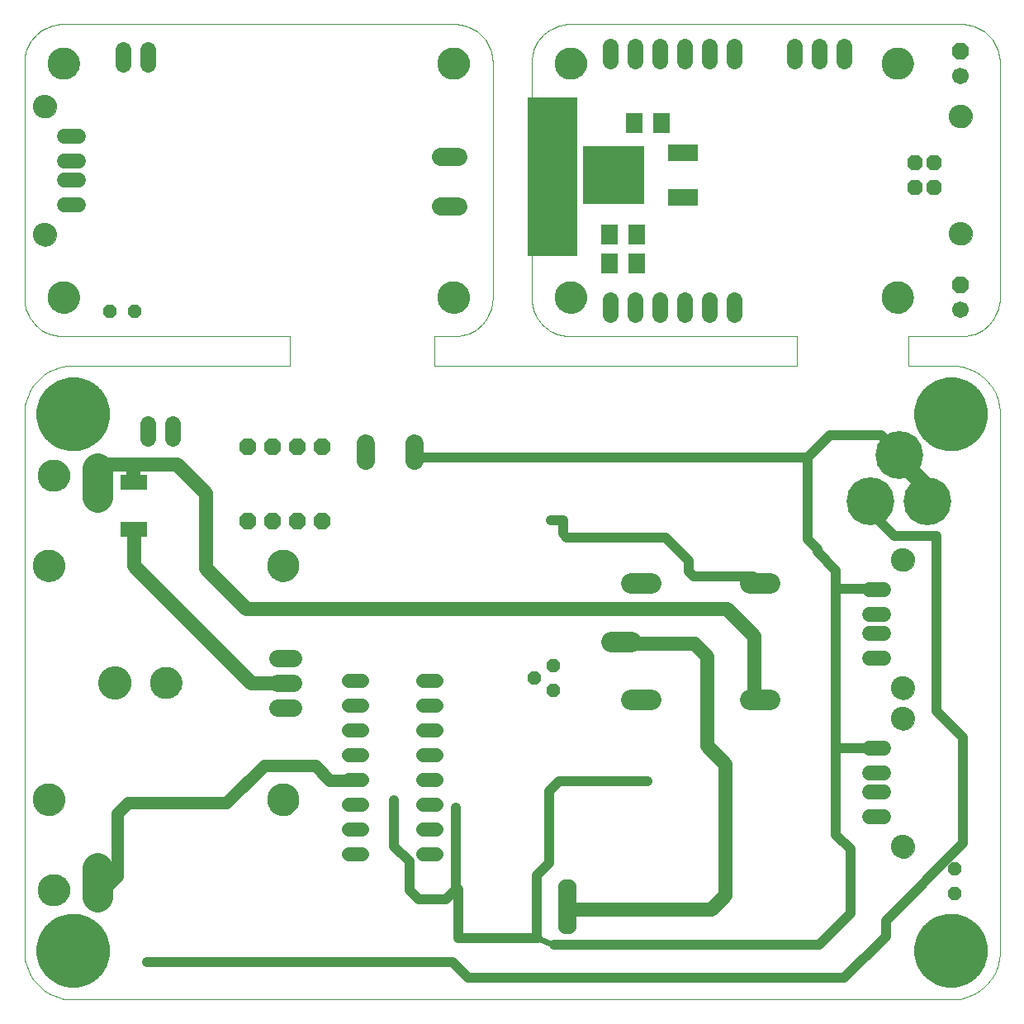
<source format=gbs>
G75*
G70*
%OFA0B0*%
%FSLAX24Y24*%
%IPPOS*%
%LPD*%
%AMOC8*
5,1,8,0,0,1.08239X$1,22.5*
%
%ADD10C,0.0004*%
%ADD11C,0.0000*%
%ADD12C,0.1300*%
%ADD13C,0.1000*%
%ADD14C,0.0560*%
%ADD15C,0.0400*%
%ADD16C,0.0240*%
%ADD17C,0.0500*%
%ADD18R,0.2047X0.6437*%
%ADD19C,0.0700*%
%ADD20C,0.1340*%
%ADD21C,0.0614*%
%ADD22C,0.0946*%
%ADD23R,0.1064X0.0611*%
%ADD24C,0.1225*%
%ADD25OC8,0.0560*%
%ADD26C,0.0820*%
%ADD27C,0.1930*%
%ADD28C,0.0640*%
%ADD29OC8,0.0670*%
%ADD30C,0.0745*%
%ADD31OC8,0.0614*%
%ADD32R,0.2481X0.2323*%
%ADD33R,0.1221X0.0670*%
%ADD34R,0.0670X0.0827*%
%ADD35C,0.0670*%
D10*
X003610Y005453D02*
X003610Y027107D01*
X003611Y027201D01*
X003616Y027295D01*
X003625Y027389D01*
X003639Y027482D01*
X003658Y027575D01*
X003681Y027666D01*
X003709Y027756D01*
X003741Y027845D01*
X003777Y027932D01*
X003817Y028017D01*
X003862Y028100D01*
X003910Y028181D01*
X003963Y028259D01*
X004019Y028335D01*
X004079Y028407D01*
X004142Y028477D01*
X004209Y028544D01*
X004279Y028607D01*
X004351Y028667D01*
X004427Y028723D01*
X004505Y028776D01*
X004586Y028824D01*
X004669Y028869D01*
X004754Y028909D01*
X004841Y028945D01*
X004930Y028977D01*
X005020Y029005D01*
X005111Y029028D01*
X005204Y029047D01*
X005297Y029061D01*
X005391Y029070D01*
X005485Y029075D01*
X005579Y029076D01*
X005579Y029075D02*
X014319Y029075D01*
X014319Y030256D01*
X005185Y030256D01*
X005107Y030257D01*
X005030Y030261D01*
X004952Y030269D01*
X004876Y030281D01*
X004800Y030297D01*
X004724Y030317D01*
X004650Y030340D01*
X004577Y030367D01*
X004506Y030398D01*
X004436Y030433D01*
X004368Y030470D01*
X004302Y030512D01*
X004239Y030556D01*
X004177Y030604D01*
X004118Y030654D01*
X004062Y030708D01*
X004008Y030764D01*
X003958Y030823D01*
X003910Y030885D01*
X003866Y030948D01*
X003824Y031014D01*
X003787Y031082D01*
X003752Y031152D01*
X003721Y031223D01*
X003694Y031296D01*
X003671Y031370D01*
X003651Y031446D01*
X003635Y031522D01*
X003623Y031598D01*
X003615Y031676D01*
X003611Y031753D01*
X003610Y031831D01*
X003610Y041280D01*
X003611Y041358D01*
X003615Y041435D01*
X003623Y041513D01*
X003635Y041589D01*
X003651Y041665D01*
X003671Y041741D01*
X003694Y041815D01*
X003721Y041888D01*
X003752Y041959D01*
X003787Y042029D01*
X003824Y042097D01*
X003866Y042163D01*
X003910Y042226D01*
X003958Y042288D01*
X004008Y042347D01*
X004062Y042403D01*
X004118Y042457D01*
X004177Y042507D01*
X004239Y042555D01*
X004302Y042599D01*
X004368Y042641D01*
X004436Y042678D01*
X004506Y042713D01*
X004577Y042744D01*
X004650Y042771D01*
X004724Y042794D01*
X004800Y042814D01*
X004876Y042830D01*
X004952Y042842D01*
X005030Y042850D01*
X005107Y042854D01*
X005185Y042855D01*
X020933Y042855D01*
X021011Y042854D01*
X021088Y042850D01*
X021166Y042842D01*
X021242Y042830D01*
X021318Y042814D01*
X021394Y042794D01*
X021468Y042771D01*
X021541Y042744D01*
X021612Y042713D01*
X021682Y042678D01*
X021750Y042641D01*
X021816Y042599D01*
X021879Y042555D01*
X021941Y042507D01*
X022000Y042457D01*
X022056Y042403D01*
X022110Y042347D01*
X022160Y042288D01*
X022208Y042226D01*
X022252Y042163D01*
X022294Y042097D01*
X022331Y042029D01*
X022366Y041959D01*
X022397Y041888D01*
X022424Y041815D01*
X022447Y041741D01*
X022467Y041665D01*
X022483Y041589D01*
X022495Y041513D01*
X022503Y041435D01*
X022507Y041358D01*
X022508Y041280D01*
X022508Y031831D01*
X022507Y031753D01*
X022503Y031676D01*
X022495Y031598D01*
X022483Y031522D01*
X022467Y031446D01*
X022447Y031370D01*
X022424Y031296D01*
X022397Y031223D01*
X022366Y031152D01*
X022331Y031082D01*
X022294Y031014D01*
X022252Y030948D01*
X022208Y030885D01*
X022160Y030823D01*
X022110Y030764D01*
X022056Y030708D01*
X022000Y030654D01*
X021941Y030604D01*
X021879Y030556D01*
X021816Y030512D01*
X021750Y030470D01*
X021682Y030433D01*
X021612Y030398D01*
X021541Y030367D01*
X021468Y030340D01*
X021394Y030317D01*
X021318Y030297D01*
X021242Y030281D01*
X021166Y030269D01*
X021088Y030261D01*
X021011Y030257D01*
X020933Y030256D01*
X020146Y030256D01*
X020146Y029075D01*
X034791Y029075D01*
X034791Y030256D01*
X025657Y030256D01*
X025579Y030257D01*
X025502Y030261D01*
X025424Y030269D01*
X025348Y030281D01*
X025272Y030297D01*
X025196Y030317D01*
X025122Y030340D01*
X025049Y030367D01*
X024978Y030398D01*
X024908Y030433D01*
X024840Y030470D01*
X024774Y030512D01*
X024711Y030556D01*
X024649Y030604D01*
X024590Y030654D01*
X024534Y030708D01*
X024480Y030764D01*
X024430Y030823D01*
X024382Y030885D01*
X024338Y030948D01*
X024296Y031014D01*
X024259Y031082D01*
X024224Y031152D01*
X024193Y031223D01*
X024166Y031296D01*
X024143Y031370D01*
X024123Y031446D01*
X024107Y031522D01*
X024095Y031598D01*
X024087Y031676D01*
X024083Y031753D01*
X024082Y031831D01*
X024083Y031831D02*
X024083Y041280D01*
X024082Y041280D02*
X024083Y041358D01*
X024087Y041435D01*
X024095Y041513D01*
X024107Y041589D01*
X024123Y041665D01*
X024143Y041741D01*
X024166Y041815D01*
X024193Y041888D01*
X024224Y041959D01*
X024259Y042029D01*
X024296Y042097D01*
X024338Y042163D01*
X024382Y042226D01*
X024430Y042288D01*
X024480Y042347D01*
X024534Y042403D01*
X024590Y042457D01*
X024649Y042507D01*
X024711Y042555D01*
X024774Y042599D01*
X024840Y042641D01*
X024908Y042678D01*
X024978Y042713D01*
X025049Y042744D01*
X025122Y042771D01*
X025196Y042794D01*
X025272Y042814D01*
X025348Y042830D01*
X025424Y042842D01*
X025502Y042850D01*
X025579Y042854D01*
X025657Y042855D01*
X041406Y042855D01*
X041484Y042854D01*
X041561Y042850D01*
X041639Y042842D01*
X041715Y042830D01*
X041791Y042814D01*
X041867Y042794D01*
X041941Y042771D01*
X042014Y042744D01*
X042085Y042713D01*
X042155Y042678D01*
X042223Y042641D01*
X042289Y042599D01*
X042352Y042555D01*
X042414Y042507D01*
X042473Y042457D01*
X042529Y042403D01*
X042583Y042347D01*
X042633Y042288D01*
X042681Y042226D01*
X042725Y042163D01*
X042767Y042097D01*
X042804Y042029D01*
X042839Y041959D01*
X042870Y041888D01*
X042897Y041815D01*
X042920Y041741D01*
X042940Y041665D01*
X042956Y041589D01*
X042968Y041513D01*
X042976Y041435D01*
X042980Y041358D01*
X042981Y041280D01*
X042980Y041280D02*
X042980Y031831D01*
X042981Y031831D02*
X042980Y031753D01*
X042976Y031676D01*
X042968Y031598D01*
X042956Y031522D01*
X042940Y031446D01*
X042920Y031370D01*
X042897Y031296D01*
X042870Y031223D01*
X042839Y031152D01*
X042804Y031082D01*
X042767Y031014D01*
X042725Y030948D01*
X042681Y030885D01*
X042633Y030823D01*
X042583Y030764D01*
X042529Y030708D01*
X042473Y030654D01*
X042414Y030604D01*
X042352Y030556D01*
X042289Y030512D01*
X042223Y030470D01*
X042155Y030433D01*
X042085Y030398D01*
X042014Y030367D01*
X041941Y030340D01*
X041867Y030317D01*
X041791Y030297D01*
X041715Y030281D01*
X041639Y030269D01*
X041561Y030261D01*
X041484Y030257D01*
X041406Y030256D01*
X039280Y030256D01*
X039280Y029075D01*
X041012Y029075D01*
X041012Y029076D02*
X041106Y029075D01*
X041200Y029070D01*
X041294Y029061D01*
X041387Y029047D01*
X041480Y029028D01*
X041571Y029005D01*
X041661Y028977D01*
X041750Y028945D01*
X041837Y028909D01*
X041922Y028869D01*
X042005Y028824D01*
X042086Y028776D01*
X042164Y028723D01*
X042240Y028667D01*
X042312Y028607D01*
X042382Y028544D01*
X042449Y028477D01*
X042512Y028407D01*
X042572Y028335D01*
X042628Y028259D01*
X042681Y028181D01*
X042729Y028100D01*
X042774Y028017D01*
X042814Y027932D01*
X042850Y027845D01*
X042882Y027756D01*
X042910Y027666D01*
X042933Y027575D01*
X042952Y027482D01*
X042966Y027389D01*
X042975Y027295D01*
X042980Y027201D01*
X042981Y027107D01*
X042980Y027107D02*
X042980Y005453D01*
X042981Y005453D02*
X042980Y005359D01*
X042975Y005265D01*
X042966Y005171D01*
X042952Y005078D01*
X042933Y004985D01*
X042910Y004894D01*
X042882Y004804D01*
X042850Y004715D01*
X042814Y004628D01*
X042774Y004543D01*
X042729Y004460D01*
X042681Y004379D01*
X042628Y004301D01*
X042572Y004225D01*
X042512Y004153D01*
X042449Y004083D01*
X042382Y004016D01*
X042312Y003953D01*
X042240Y003893D01*
X042164Y003837D01*
X042086Y003784D01*
X042005Y003736D01*
X041922Y003691D01*
X041837Y003651D01*
X041750Y003615D01*
X041661Y003583D01*
X041571Y003555D01*
X041480Y003532D01*
X041387Y003513D01*
X041294Y003499D01*
X041200Y003490D01*
X041106Y003485D01*
X041012Y003484D01*
X041012Y003485D02*
X005579Y003485D01*
X005579Y003484D02*
X005485Y003485D01*
X005391Y003490D01*
X005297Y003499D01*
X005204Y003513D01*
X005111Y003532D01*
X005020Y003555D01*
X004930Y003583D01*
X004841Y003615D01*
X004754Y003651D01*
X004669Y003691D01*
X004586Y003736D01*
X004505Y003784D01*
X004427Y003837D01*
X004351Y003893D01*
X004279Y003953D01*
X004209Y004016D01*
X004142Y004083D01*
X004079Y004153D01*
X004019Y004225D01*
X003963Y004301D01*
X003910Y004379D01*
X003862Y004460D01*
X003817Y004543D01*
X003777Y004628D01*
X003741Y004715D01*
X003709Y004804D01*
X003681Y004894D01*
X003658Y004985D01*
X003639Y005078D01*
X003625Y005171D01*
X003616Y005265D01*
X003611Y005359D01*
X003610Y005453D01*
D11*
X004949Y005453D02*
X004951Y005503D01*
X004957Y005553D01*
X004967Y005602D01*
X004981Y005650D01*
X004998Y005697D01*
X005019Y005742D01*
X005044Y005786D01*
X005072Y005827D01*
X005104Y005866D01*
X005138Y005903D01*
X005175Y005937D01*
X005215Y005967D01*
X005257Y005994D01*
X005301Y006018D01*
X005347Y006039D01*
X005394Y006055D01*
X005442Y006068D01*
X005492Y006077D01*
X005541Y006082D01*
X005592Y006083D01*
X005642Y006080D01*
X005691Y006073D01*
X005740Y006062D01*
X005788Y006047D01*
X005834Y006029D01*
X005879Y006007D01*
X005922Y005981D01*
X005963Y005952D01*
X006002Y005920D01*
X006038Y005885D01*
X006070Y005847D01*
X006100Y005807D01*
X006127Y005764D01*
X006150Y005720D01*
X006169Y005674D01*
X006185Y005626D01*
X006197Y005577D01*
X006205Y005528D01*
X006209Y005478D01*
X006209Y005428D01*
X006205Y005378D01*
X006197Y005329D01*
X006185Y005280D01*
X006169Y005232D01*
X006150Y005186D01*
X006127Y005142D01*
X006100Y005099D01*
X006070Y005059D01*
X006038Y005021D01*
X006002Y004986D01*
X005963Y004954D01*
X005922Y004925D01*
X005879Y004899D01*
X005834Y004877D01*
X005788Y004859D01*
X005740Y004844D01*
X005691Y004833D01*
X005642Y004826D01*
X005592Y004823D01*
X005541Y004824D01*
X005492Y004829D01*
X005442Y004838D01*
X005394Y004851D01*
X005347Y004867D01*
X005301Y004888D01*
X005257Y004912D01*
X005215Y004939D01*
X005175Y004969D01*
X005138Y005003D01*
X005104Y005040D01*
X005072Y005079D01*
X005044Y005120D01*
X005019Y005164D01*
X004998Y005209D01*
X004981Y005256D01*
X004967Y005304D01*
X004957Y005353D01*
X004951Y005403D01*
X004949Y005453D01*
X004161Y007914D02*
X004163Y007964D01*
X004169Y008014D01*
X004179Y008063D01*
X004193Y008111D01*
X004210Y008158D01*
X004231Y008203D01*
X004256Y008247D01*
X004284Y008288D01*
X004316Y008327D01*
X004350Y008364D01*
X004387Y008398D01*
X004427Y008428D01*
X004469Y008455D01*
X004513Y008479D01*
X004559Y008500D01*
X004606Y008516D01*
X004654Y008529D01*
X004704Y008538D01*
X004753Y008543D01*
X004804Y008544D01*
X004854Y008541D01*
X004903Y008534D01*
X004952Y008523D01*
X005000Y008508D01*
X005046Y008490D01*
X005091Y008468D01*
X005134Y008442D01*
X005175Y008413D01*
X005214Y008381D01*
X005250Y008346D01*
X005282Y008308D01*
X005312Y008268D01*
X005339Y008225D01*
X005362Y008181D01*
X005381Y008135D01*
X005397Y008087D01*
X005409Y008038D01*
X005417Y007989D01*
X005421Y007939D01*
X005421Y007889D01*
X005417Y007839D01*
X005409Y007790D01*
X005397Y007741D01*
X005381Y007693D01*
X005362Y007647D01*
X005339Y007603D01*
X005312Y007560D01*
X005282Y007520D01*
X005250Y007482D01*
X005214Y007447D01*
X005175Y007415D01*
X005134Y007386D01*
X005091Y007360D01*
X005046Y007338D01*
X005000Y007320D01*
X004952Y007305D01*
X004903Y007294D01*
X004854Y007287D01*
X004804Y007284D01*
X004753Y007285D01*
X004704Y007290D01*
X004654Y007299D01*
X004606Y007312D01*
X004559Y007328D01*
X004513Y007349D01*
X004469Y007373D01*
X004427Y007400D01*
X004387Y007430D01*
X004350Y007464D01*
X004316Y007501D01*
X004284Y007540D01*
X004256Y007581D01*
X004231Y007625D01*
X004210Y007670D01*
X004193Y007717D01*
X004179Y007765D01*
X004169Y007814D01*
X004163Y007864D01*
X004161Y007914D01*
X003964Y011555D02*
X003966Y011605D01*
X003972Y011655D01*
X003982Y011704D01*
X003996Y011752D01*
X004013Y011799D01*
X004034Y011844D01*
X004059Y011888D01*
X004087Y011929D01*
X004119Y011968D01*
X004153Y012005D01*
X004190Y012039D01*
X004230Y012069D01*
X004272Y012096D01*
X004316Y012120D01*
X004362Y012141D01*
X004409Y012157D01*
X004457Y012170D01*
X004507Y012179D01*
X004556Y012184D01*
X004607Y012185D01*
X004657Y012182D01*
X004706Y012175D01*
X004755Y012164D01*
X004803Y012149D01*
X004849Y012131D01*
X004894Y012109D01*
X004937Y012083D01*
X004978Y012054D01*
X005017Y012022D01*
X005053Y011987D01*
X005085Y011949D01*
X005115Y011909D01*
X005142Y011866D01*
X005165Y011822D01*
X005184Y011776D01*
X005200Y011728D01*
X005212Y011679D01*
X005220Y011630D01*
X005224Y011580D01*
X005224Y011530D01*
X005220Y011480D01*
X005212Y011431D01*
X005200Y011382D01*
X005184Y011334D01*
X005165Y011288D01*
X005142Y011244D01*
X005115Y011201D01*
X005085Y011161D01*
X005053Y011123D01*
X005017Y011088D01*
X004978Y011056D01*
X004937Y011027D01*
X004894Y011001D01*
X004849Y010979D01*
X004803Y010961D01*
X004755Y010946D01*
X004706Y010935D01*
X004657Y010928D01*
X004607Y010925D01*
X004556Y010926D01*
X004507Y010931D01*
X004457Y010940D01*
X004409Y010953D01*
X004362Y010969D01*
X004316Y010990D01*
X004272Y011014D01*
X004230Y011041D01*
X004190Y011071D01*
X004153Y011105D01*
X004119Y011142D01*
X004087Y011181D01*
X004059Y011222D01*
X004034Y011266D01*
X004013Y011311D01*
X003996Y011358D01*
X003982Y011406D01*
X003972Y011455D01*
X003966Y011505D01*
X003964Y011555D01*
X006592Y016280D02*
X006594Y016330D01*
X006600Y016380D01*
X006610Y016430D01*
X006623Y016478D01*
X006640Y016526D01*
X006661Y016572D01*
X006685Y016616D01*
X006713Y016658D01*
X006744Y016698D01*
X006778Y016735D01*
X006815Y016770D01*
X006854Y016801D01*
X006895Y016830D01*
X006939Y016855D01*
X006985Y016877D01*
X007032Y016895D01*
X007080Y016909D01*
X007129Y016920D01*
X007179Y016927D01*
X007229Y016930D01*
X007280Y016929D01*
X007330Y016924D01*
X007380Y016915D01*
X007428Y016903D01*
X007476Y016886D01*
X007522Y016866D01*
X007567Y016843D01*
X007610Y016816D01*
X007650Y016786D01*
X007688Y016753D01*
X007723Y016717D01*
X007756Y016678D01*
X007785Y016637D01*
X007811Y016594D01*
X007834Y016549D01*
X007853Y016502D01*
X007868Y016454D01*
X007880Y016405D01*
X007888Y016355D01*
X007892Y016305D01*
X007892Y016255D01*
X007888Y016205D01*
X007880Y016155D01*
X007868Y016106D01*
X007853Y016058D01*
X007834Y016011D01*
X007811Y015966D01*
X007785Y015923D01*
X007756Y015882D01*
X007723Y015843D01*
X007688Y015807D01*
X007650Y015774D01*
X007610Y015744D01*
X007567Y015717D01*
X007522Y015694D01*
X007476Y015674D01*
X007428Y015657D01*
X007380Y015645D01*
X007330Y015636D01*
X007280Y015631D01*
X007229Y015630D01*
X007179Y015633D01*
X007129Y015640D01*
X007080Y015651D01*
X007032Y015665D01*
X006985Y015683D01*
X006939Y015705D01*
X006895Y015730D01*
X006854Y015759D01*
X006815Y015790D01*
X006778Y015825D01*
X006744Y015862D01*
X006713Y015902D01*
X006685Y015944D01*
X006661Y015988D01*
X006640Y016034D01*
X006623Y016082D01*
X006610Y016130D01*
X006600Y016180D01*
X006594Y016230D01*
X006592Y016280D01*
X008689Y016280D02*
X008691Y016330D01*
X008697Y016380D01*
X008707Y016429D01*
X008721Y016477D01*
X008738Y016524D01*
X008759Y016569D01*
X008784Y016613D01*
X008812Y016654D01*
X008844Y016693D01*
X008878Y016730D01*
X008915Y016764D01*
X008955Y016794D01*
X008997Y016821D01*
X009041Y016845D01*
X009087Y016866D01*
X009134Y016882D01*
X009182Y016895D01*
X009232Y016904D01*
X009281Y016909D01*
X009332Y016910D01*
X009382Y016907D01*
X009431Y016900D01*
X009480Y016889D01*
X009528Y016874D01*
X009574Y016856D01*
X009619Y016834D01*
X009662Y016808D01*
X009703Y016779D01*
X009742Y016747D01*
X009778Y016712D01*
X009810Y016674D01*
X009840Y016634D01*
X009867Y016591D01*
X009890Y016547D01*
X009909Y016501D01*
X009925Y016453D01*
X009937Y016404D01*
X009945Y016355D01*
X009949Y016305D01*
X009949Y016255D01*
X009945Y016205D01*
X009937Y016156D01*
X009925Y016107D01*
X009909Y016059D01*
X009890Y016013D01*
X009867Y015969D01*
X009840Y015926D01*
X009810Y015886D01*
X009778Y015848D01*
X009742Y015813D01*
X009703Y015781D01*
X009662Y015752D01*
X009619Y015726D01*
X009574Y015704D01*
X009528Y015686D01*
X009480Y015671D01*
X009431Y015660D01*
X009382Y015653D01*
X009332Y015650D01*
X009281Y015651D01*
X009232Y015656D01*
X009182Y015665D01*
X009134Y015678D01*
X009087Y015694D01*
X009041Y015715D01*
X008997Y015739D01*
X008955Y015766D01*
X008915Y015796D01*
X008878Y015830D01*
X008844Y015867D01*
X008812Y015906D01*
X008784Y015947D01*
X008759Y015991D01*
X008738Y016036D01*
X008721Y016083D01*
X008707Y016131D01*
X008697Y016180D01*
X008691Y016230D01*
X008689Y016280D01*
X003964Y021004D02*
X003966Y021054D01*
X003972Y021104D01*
X003982Y021153D01*
X003996Y021201D01*
X004013Y021248D01*
X004034Y021293D01*
X004059Y021337D01*
X004087Y021378D01*
X004119Y021417D01*
X004153Y021454D01*
X004190Y021488D01*
X004230Y021518D01*
X004272Y021545D01*
X004316Y021569D01*
X004362Y021590D01*
X004409Y021606D01*
X004457Y021619D01*
X004507Y021628D01*
X004556Y021633D01*
X004607Y021634D01*
X004657Y021631D01*
X004706Y021624D01*
X004755Y021613D01*
X004803Y021598D01*
X004849Y021580D01*
X004894Y021558D01*
X004937Y021532D01*
X004978Y021503D01*
X005017Y021471D01*
X005053Y021436D01*
X005085Y021398D01*
X005115Y021358D01*
X005142Y021315D01*
X005165Y021271D01*
X005184Y021225D01*
X005200Y021177D01*
X005212Y021128D01*
X005220Y021079D01*
X005224Y021029D01*
X005224Y020979D01*
X005220Y020929D01*
X005212Y020880D01*
X005200Y020831D01*
X005184Y020783D01*
X005165Y020737D01*
X005142Y020693D01*
X005115Y020650D01*
X005085Y020610D01*
X005053Y020572D01*
X005017Y020537D01*
X004978Y020505D01*
X004937Y020476D01*
X004894Y020450D01*
X004849Y020428D01*
X004803Y020410D01*
X004755Y020395D01*
X004706Y020384D01*
X004657Y020377D01*
X004607Y020374D01*
X004556Y020375D01*
X004507Y020380D01*
X004457Y020389D01*
X004409Y020402D01*
X004362Y020418D01*
X004316Y020439D01*
X004272Y020463D01*
X004230Y020490D01*
X004190Y020520D01*
X004153Y020554D01*
X004119Y020591D01*
X004087Y020630D01*
X004059Y020671D01*
X004034Y020715D01*
X004013Y020760D01*
X003996Y020807D01*
X003982Y020855D01*
X003972Y020904D01*
X003966Y020954D01*
X003964Y021004D01*
X004161Y024646D02*
X004163Y024696D01*
X004169Y024746D01*
X004179Y024795D01*
X004193Y024843D01*
X004210Y024890D01*
X004231Y024935D01*
X004256Y024979D01*
X004284Y025020D01*
X004316Y025059D01*
X004350Y025096D01*
X004387Y025130D01*
X004427Y025160D01*
X004469Y025187D01*
X004513Y025211D01*
X004559Y025232D01*
X004606Y025248D01*
X004654Y025261D01*
X004704Y025270D01*
X004753Y025275D01*
X004804Y025276D01*
X004854Y025273D01*
X004903Y025266D01*
X004952Y025255D01*
X005000Y025240D01*
X005046Y025222D01*
X005091Y025200D01*
X005134Y025174D01*
X005175Y025145D01*
X005214Y025113D01*
X005250Y025078D01*
X005282Y025040D01*
X005312Y025000D01*
X005339Y024957D01*
X005362Y024913D01*
X005381Y024867D01*
X005397Y024819D01*
X005409Y024770D01*
X005417Y024721D01*
X005421Y024671D01*
X005421Y024621D01*
X005417Y024571D01*
X005409Y024522D01*
X005397Y024473D01*
X005381Y024425D01*
X005362Y024379D01*
X005339Y024335D01*
X005312Y024292D01*
X005282Y024252D01*
X005250Y024214D01*
X005214Y024179D01*
X005175Y024147D01*
X005134Y024118D01*
X005091Y024092D01*
X005046Y024070D01*
X005000Y024052D01*
X004952Y024037D01*
X004903Y024026D01*
X004854Y024019D01*
X004804Y024016D01*
X004753Y024017D01*
X004704Y024022D01*
X004654Y024031D01*
X004606Y024044D01*
X004559Y024060D01*
X004513Y024081D01*
X004469Y024105D01*
X004427Y024132D01*
X004387Y024162D01*
X004350Y024196D01*
X004316Y024233D01*
X004284Y024272D01*
X004256Y024313D01*
X004231Y024357D01*
X004210Y024402D01*
X004193Y024449D01*
X004179Y024497D01*
X004169Y024546D01*
X004163Y024596D01*
X004161Y024646D01*
X004949Y027107D02*
X004951Y027157D01*
X004957Y027207D01*
X004967Y027256D01*
X004981Y027304D01*
X004998Y027351D01*
X005019Y027396D01*
X005044Y027440D01*
X005072Y027481D01*
X005104Y027520D01*
X005138Y027557D01*
X005175Y027591D01*
X005215Y027621D01*
X005257Y027648D01*
X005301Y027672D01*
X005347Y027693D01*
X005394Y027709D01*
X005442Y027722D01*
X005492Y027731D01*
X005541Y027736D01*
X005592Y027737D01*
X005642Y027734D01*
X005691Y027727D01*
X005740Y027716D01*
X005788Y027701D01*
X005834Y027683D01*
X005879Y027661D01*
X005922Y027635D01*
X005963Y027606D01*
X006002Y027574D01*
X006038Y027539D01*
X006070Y027501D01*
X006100Y027461D01*
X006127Y027418D01*
X006150Y027374D01*
X006169Y027328D01*
X006185Y027280D01*
X006197Y027231D01*
X006205Y027182D01*
X006209Y027132D01*
X006209Y027082D01*
X006205Y027032D01*
X006197Y026983D01*
X006185Y026934D01*
X006169Y026886D01*
X006150Y026840D01*
X006127Y026796D01*
X006100Y026753D01*
X006070Y026713D01*
X006038Y026675D01*
X006002Y026640D01*
X005963Y026608D01*
X005922Y026579D01*
X005879Y026553D01*
X005834Y026531D01*
X005788Y026513D01*
X005740Y026498D01*
X005691Y026487D01*
X005642Y026480D01*
X005592Y026477D01*
X005541Y026478D01*
X005492Y026483D01*
X005442Y026492D01*
X005394Y026505D01*
X005347Y026521D01*
X005301Y026542D01*
X005257Y026566D01*
X005215Y026593D01*
X005175Y026623D01*
X005138Y026657D01*
X005104Y026694D01*
X005072Y026733D01*
X005044Y026774D01*
X005019Y026818D01*
X004998Y026863D01*
X004981Y026910D01*
X004967Y026958D01*
X004957Y027007D01*
X004951Y027057D01*
X004949Y027107D01*
X004555Y031831D02*
X004557Y031881D01*
X004563Y031931D01*
X004573Y031980D01*
X004587Y032028D01*
X004604Y032075D01*
X004625Y032120D01*
X004650Y032164D01*
X004678Y032205D01*
X004710Y032244D01*
X004744Y032281D01*
X004781Y032315D01*
X004821Y032345D01*
X004863Y032372D01*
X004907Y032396D01*
X004953Y032417D01*
X005000Y032433D01*
X005048Y032446D01*
X005098Y032455D01*
X005147Y032460D01*
X005198Y032461D01*
X005248Y032458D01*
X005297Y032451D01*
X005346Y032440D01*
X005394Y032425D01*
X005440Y032407D01*
X005485Y032385D01*
X005528Y032359D01*
X005569Y032330D01*
X005608Y032298D01*
X005644Y032263D01*
X005676Y032225D01*
X005706Y032185D01*
X005733Y032142D01*
X005756Y032098D01*
X005775Y032052D01*
X005791Y032004D01*
X005803Y031955D01*
X005811Y031906D01*
X005815Y031856D01*
X005815Y031806D01*
X005811Y031756D01*
X005803Y031707D01*
X005791Y031658D01*
X005775Y031610D01*
X005756Y031564D01*
X005733Y031520D01*
X005706Y031477D01*
X005676Y031437D01*
X005644Y031399D01*
X005608Y031364D01*
X005569Y031332D01*
X005528Y031303D01*
X005485Y031277D01*
X005440Y031255D01*
X005394Y031237D01*
X005346Y031222D01*
X005297Y031211D01*
X005248Y031204D01*
X005198Y031201D01*
X005147Y031202D01*
X005098Y031207D01*
X005048Y031216D01*
X005000Y031229D01*
X004953Y031245D01*
X004907Y031266D01*
X004863Y031290D01*
X004821Y031317D01*
X004781Y031347D01*
X004744Y031381D01*
X004710Y031418D01*
X004678Y031457D01*
X004650Y031498D01*
X004625Y031542D01*
X004604Y031587D01*
X004587Y031634D01*
X004573Y031682D01*
X004563Y031731D01*
X004557Y031781D01*
X004555Y031831D01*
X003984Y034362D02*
X003986Y034404D01*
X003992Y034446D01*
X004002Y034488D01*
X004015Y034528D01*
X004033Y034567D01*
X004054Y034604D01*
X004078Y034638D01*
X004106Y034671D01*
X004136Y034701D01*
X004169Y034727D01*
X004204Y034751D01*
X004242Y034771D01*
X004281Y034787D01*
X004321Y034800D01*
X004363Y034809D01*
X004405Y034814D01*
X004448Y034815D01*
X004490Y034812D01*
X004532Y034805D01*
X004573Y034794D01*
X004613Y034779D01*
X004651Y034761D01*
X004688Y034739D01*
X004722Y034714D01*
X004754Y034686D01*
X004782Y034655D01*
X004808Y034621D01*
X004831Y034585D01*
X004850Y034548D01*
X004866Y034508D01*
X004878Y034467D01*
X004886Y034426D01*
X004890Y034383D01*
X004890Y034341D01*
X004886Y034298D01*
X004878Y034257D01*
X004866Y034216D01*
X004850Y034176D01*
X004831Y034139D01*
X004808Y034103D01*
X004782Y034069D01*
X004754Y034038D01*
X004722Y034010D01*
X004688Y033985D01*
X004651Y033963D01*
X004613Y033945D01*
X004573Y033930D01*
X004532Y033919D01*
X004490Y033912D01*
X004448Y033909D01*
X004405Y033910D01*
X004363Y033915D01*
X004321Y033924D01*
X004281Y033937D01*
X004242Y033953D01*
X004204Y033973D01*
X004169Y033997D01*
X004136Y034023D01*
X004106Y034053D01*
X004078Y034086D01*
X004054Y034120D01*
X004033Y034157D01*
X004015Y034196D01*
X004002Y034236D01*
X003992Y034278D01*
X003986Y034320D01*
X003984Y034362D01*
X003984Y039536D02*
X003986Y039578D01*
X003992Y039620D01*
X004002Y039662D01*
X004015Y039702D01*
X004033Y039741D01*
X004054Y039778D01*
X004078Y039812D01*
X004106Y039845D01*
X004136Y039875D01*
X004169Y039901D01*
X004204Y039925D01*
X004242Y039945D01*
X004281Y039961D01*
X004321Y039974D01*
X004363Y039983D01*
X004405Y039988D01*
X004448Y039989D01*
X004490Y039986D01*
X004532Y039979D01*
X004573Y039968D01*
X004613Y039953D01*
X004651Y039935D01*
X004688Y039913D01*
X004722Y039888D01*
X004754Y039860D01*
X004782Y039829D01*
X004808Y039795D01*
X004831Y039759D01*
X004850Y039722D01*
X004866Y039682D01*
X004878Y039641D01*
X004886Y039600D01*
X004890Y039557D01*
X004890Y039515D01*
X004886Y039472D01*
X004878Y039431D01*
X004866Y039390D01*
X004850Y039350D01*
X004831Y039313D01*
X004808Y039277D01*
X004782Y039243D01*
X004754Y039212D01*
X004722Y039184D01*
X004688Y039159D01*
X004651Y039137D01*
X004613Y039119D01*
X004573Y039104D01*
X004532Y039093D01*
X004490Y039086D01*
X004448Y039083D01*
X004405Y039084D01*
X004363Y039089D01*
X004321Y039098D01*
X004281Y039111D01*
X004242Y039127D01*
X004204Y039147D01*
X004169Y039171D01*
X004136Y039197D01*
X004106Y039227D01*
X004078Y039260D01*
X004054Y039294D01*
X004033Y039331D01*
X004015Y039370D01*
X004002Y039410D01*
X003992Y039452D01*
X003986Y039494D01*
X003984Y039536D01*
X004555Y041280D02*
X004557Y041330D01*
X004563Y041380D01*
X004573Y041429D01*
X004587Y041477D01*
X004604Y041524D01*
X004625Y041569D01*
X004650Y041613D01*
X004678Y041654D01*
X004710Y041693D01*
X004744Y041730D01*
X004781Y041764D01*
X004821Y041794D01*
X004863Y041821D01*
X004907Y041845D01*
X004953Y041866D01*
X005000Y041882D01*
X005048Y041895D01*
X005098Y041904D01*
X005147Y041909D01*
X005198Y041910D01*
X005248Y041907D01*
X005297Y041900D01*
X005346Y041889D01*
X005394Y041874D01*
X005440Y041856D01*
X005485Y041834D01*
X005528Y041808D01*
X005569Y041779D01*
X005608Y041747D01*
X005644Y041712D01*
X005676Y041674D01*
X005706Y041634D01*
X005733Y041591D01*
X005756Y041547D01*
X005775Y041501D01*
X005791Y041453D01*
X005803Y041404D01*
X005811Y041355D01*
X005815Y041305D01*
X005815Y041255D01*
X005811Y041205D01*
X005803Y041156D01*
X005791Y041107D01*
X005775Y041059D01*
X005756Y041013D01*
X005733Y040969D01*
X005706Y040926D01*
X005676Y040886D01*
X005644Y040848D01*
X005608Y040813D01*
X005569Y040781D01*
X005528Y040752D01*
X005485Y040726D01*
X005440Y040704D01*
X005394Y040686D01*
X005346Y040671D01*
X005297Y040660D01*
X005248Y040653D01*
X005198Y040650D01*
X005147Y040651D01*
X005098Y040656D01*
X005048Y040665D01*
X005000Y040678D01*
X004953Y040694D01*
X004907Y040715D01*
X004863Y040739D01*
X004821Y040766D01*
X004781Y040796D01*
X004744Y040830D01*
X004710Y040867D01*
X004678Y040906D01*
X004650Y040947D01*
X004625Y040991D01*
X004604Y041036D01*
X004587Y041083D01*
X004573Y041131D01*
X004563Y041180D01*
X004557Y041230D01*
X004555Y041280D01*
X020303Y041280D02*
X020305Y041330D01*
X020311Y041380D01*
X020321Y041429D01*
X020335Y041477D01*
X020352Y041524D01*
X020373Y041569D01*
X020398Y041613D01*
X020426Y041654D01*
X020458Y041693D01*
X020492Y041730D01*
X020529Y041764D01*
X020569Y041794D01*
X020611Y041821D01*
X020655Y041845D01*
X020701Y041866D01*
X020748Y041882D01*
X020796Y041895D01*
X020846Y041904D01*
X020895Y041909D01*
X020946Y041910D01*
X020996Y041907D01*
X021045Y041900D01*
X021094Y041889D01*
X021142Y041874D01*
X021188Y041856D01*
X021233Y041834D01*
X021276Y041808D01*
X021317Y041779D01*
X021356Y041747D01*
X021392Y041712D01*
X021424Y041674D01*
X021454Y041634D01*
X021481Y041591D01*
X021504Y041547D01*
X021523Y041501D01*
X021539Y041453D01*
X021551Y041404D01*
X021559Y041355D01*
X021563Y041305D01*
X021563Y041255D01*
X021559Y041205D01*
X021551Y041156D01*
X021539Y041107D01*
X021523Y041059D01*
X021504Y041013D01*
X021481Y040969D01*
X021454Y040926D01*
X021424Y040886D01*
X021392Y040848D01*
X021356Y040813D01*
X021317Y040781D01*
X021276Y040752D01*
X021233Y040726D01*
X021188Y040704D01*
X021142Y040686D01*
X021094Y040671D01*
X021045Y040660D01*
X020996Y040653D01*
X020946Y040650D01*
X020895Y040651D01*
X020846Y040656D01*
X020796Y040665D01*
X020748Y040678D01*
X020701Y040694D01*
X020655Y040715D01*
X020611Y040739D01*
X020569Y040766D01*
X020529Y040796D01*
X020492Y040830D01*
X020458Y040867D01*
X020426Y040906D01*
X020398Y040947D01*
X020373Y040991D01*
X020352Y041036D01*
X020335Y041083D01*
X020321Y041131D01*
X020311Y041180D01*
X020305Y041230D01*
X020303Y041280D01*
X025027Y041280D02*
X025029Y041330D01*
X025035Y041380D01*
X025045Y041429D01*
X025059Y041477D01*
X025076Y041524D01*
X025097Y041569D01*
X025122Y041613D01*
X025150Y041654D01*
X025182Y041693D01*
X025216Y041730D01*
X025253Y041764D01*
X025293Y041794D01*
X025335Y041821D01*
X025379Y041845D01*
X025425Y041866D01*
X025472Y041882D01*
X025520Y041895D01*
X025570Y041904D01*
X025619Y041909D01*
X025670Y041910D01*
X025720Y041907D01*
X025769Y041900D01*
X025818Y041889D01*
X025866Y041874D01*
X025912Y041856D01*
X025957Y041834D01*
X026000Y041808D01*
X026041Y041779D01*
X026080Y041747D01*
X026116Y041712D01*
X026148Y041674D01*
X026178Y041634D01*
X026205Y041591D01*
X026228Y041547D01*
X026247Y041501D01*
X026263Y041453D01*
X026275Y041404D01*
X026283Y041355D01*
X026287Y041305D01*
X026287Y041255D01*
X026283Y041205D01*
X026275Y041156D01*
X026263Y041107D01*
X026247Y041059D01*
X026228Y041013D01*
X026205Y040969D01*
X026178Y040926D01*
X026148Y040886D01*
X026116Y040848D01*
X026080Y040813D01*
X026041Y040781D01*
X026000Y040752D01*
X025957Y040726D01*
X025912Y040704D01*
X025866Y040686D01*
X025818Y040671D01*
X025769Y040660D01*
X025720Y040653D01*
X025670Y040650D01*
X025619Y040651D01*
X025570Y040656D01*
X025520Y040665D01*
X025472Y040678D01*
X025425Y040694D01*
X025379Y040715D01*
X025335Y040739D01*
X025293Y040766D01*
X025253Y040796D01*
X025216Y040830D01*
X025182Y040867D01*
X025150Y040906D01*
X025122Y040947D01*
X025097Y040991D01*
X025076Y041036D01*
X025059Y041083D01*
X025045Y041131D01*
X025035Y041180D01*
X025029Y041230D01*
X025027Y041280D01*
X025027Y031831D02*
X025029Y031881D01*
X025035Y031931D01*
X025045Y031980D01*
X025059Y032028D01*
X025076Y032075D01*
X025097Y032120D01*
X025122Y032164D01*
X025150Y032205D01*
X025182Y032244D01*
X025216Y032281D01*
X025253Y032315D01*
X025293Y032345D01*
X025335Y032372D01*
X025379Y032396D01*
X025425Y032417D01*
X025472Y032433D01*
X025520Y032446D01*
X025570Y032455D01*
X025619Y032460D01*
X025670Y032461D01*
X025720Y032458D01*
X025769Y032451D01*
X025818Y032440D01*
X025866Y032425D01*
X025912Y032407D01*
X025957Y032385D01*
X026000Y032359D01*
X026041Y032330D01*
X026080Y032298D01*
X026116Y032263D01*
X026148Y032225D01*
X026178Y032185D01*
X026205Y032142D01*
X026228Y032098D01*
X026247Y032052D01*
X026263Y032004D01*
X026275Y031955D01*
X026283Y031906D01*
X026287Y031856D01*
X026287Y031806D01*
X026283Y031756D01*
X026275Y031707D01*
X026263Y031658D01*
X026247Y031610D01*
X026228Y031564D01*
X026205Y031520D01*
X026178Y031477D01*
X026148Y031437D01*
X026116Y031399D01*
X026080Y031364D01*
X026041Y031332D01*
X026000Y031303D01*
X025957Y031277D01*
X025912Y031255D01*
X025866Y031237D01*
X025818Y031222D01*
X025769Y031211D01*
X025720Y031204D01*
X025670Y031201D01*
X025619Y031202D01*
X025570Y031207D01*
X025520Y031216D01*
X025472Y031229D01*
X025425Y031245D01*
X025379Y031266D01*
X025335Y031290D01*
X025293Y031317D01*
X025253Y031347D01*
X025216Y031381D01*
X025182Y031418D01*
X025150Y031457D01*
X025122Y031498D01*
X025097Y031542D01*
X025076Y031587D01*
X025059Y031634D01*
X025045Y031682D01*
X025035Y031731D01*
X025029Y031781D01*
X025027Y031831D01*
X020303Y031831D02*
X020305Y031881D01*
X020311Y031931D01*
X020321Y031980D01*
X020335Y032028D01*
X020352Y032075D01*
X020373Y032120D01*
X020398Y032164D01*
X020426Y032205D01*
X020458Y032244D01*
X020492Y032281D01*
X020529Y032315D01*
X020569Y032345D01*
X020611Y032372D01*
X020655Y032396D01*
X020701Y032417D01*
X020748Y032433D01*
X020796Y032446D01*
X020846Y032455D01*
X020895Y032460D01*
X020946Y032461D01*
X020996Y032458D01*
X021045Y032451D01*
X021094Y032440D01*
X021142Y032425D01*
X021188Y032407D01*
X021233Y032385D01*
X021276Y032359D01*
X021317Y032330D01*
X021356Y032298D01*
X021392Y032263D01*
X021424Y032225D01*
X021454Y032185D01*
X021481Y032142D01*
X021504Y032098D01*
X021523Y032052D01*
X021539Y032004D01*
X021551Y031955D01*
X021559Y031906D01*
X021563Y031856D01*
X021563Y031806D01*
X021559Y031756D01*
X021551Y031707D01*
X021539Y031658D01*
X021523Y031610D01*
X021504Y031564D01*
X021481Y031520D01*
X021454Y031477D01*
X021424Y031437D01*
X021392Y031399D01*
X021356Y031364D01*
X021317Y031332D01*
X021276Y031303D01*
X021233Y031277D01*
X021188Y031255D01*
X021142Y031237D01*
X021094Y031222D01*
X021045Y031211D01*
X020996Y031204D01*
X020946Y031201D01*
X020895Y031202D01*
X020846Y031207D01*
X020796Y031216D01*
X020748Y031229D01*
X020701Y031245D01*
X020655Y031266D01*
X020611Y031290D01*
X020569Y031317D01*
X020529Y031347D01*
X020492Y031381D01*
X020458Y031418D01*
X020426Y031457D01*
X020398Y031498D01*
X020373Y031542D01*
X020352Y031587D01*
X020335Y031634D01*
X020321Y031682D01*
X020311Y031731D01*
X020305Y031781D01*
X020303Y031831D01*
X013413Y021004D02*
X013415Y021054D01*
X013421Y021104D01*
X013431Y021153D01*
X013445Y021201D01*
X013462Y021248D01*
X013483Y021293D01*
X013508Y021337D01*
X013536Y021378D01*
X013568Y021417D01*
X013602Y021454D01*
X013639Y021488D01*
X013679Y021518D01*
X013721Y021545D01*
X013765Y021569D01*
X013811Y021590D01*
X013858Y021606D01*
X013906Y021619D01*
X013956Y021628D01*
X014005Y021633D01*
X014056Y021634D01*
X014106Y021631D01*
X014155Y021624D01*
X014204Y021613D01*
X014252Y021598D01*
X014298Y021580D01*
X014343Y021558D01*
X014386Y021532D01*
X014427Y021503D01*
X014466Y021471D01*
X014502Y021436D01*
X014534Y021398D01*
X014564Y021358D01*
X014591Y021315D01*
X014614Y021271D01*
X014633Y021225D01*
X014649Y021177D01*
X014661Y021128D01*
X014669Y021079D01*
X014673Y021029D01*
X014673Y020979D01*
X014669Y020929D01*
X014661Y020880D01*
X014649Y020831D01*
X014633Y020783D01*
X014614Y020737D01*
X014591Y020693D01*
X014564Y020650D01*
X014534Y020610D01*
X014502Y020572D01*
X014466Y020537D01*
X014427Y020505D01*
X014386Y020476D01*
X014343Y020450D01*
X014298Y020428D01*
X014252Y020410D01*
X014204Y020395D01*
X014155Y020384D01*
X014106Y020377D01*
X014056Y020374D01*
X014005Y020375D01*
X013956Y020380D01*
X013906Y020389D01*
X013858Y020402D01*
X013811Y020418D01*
X013765Y020439D01*
X013721Y020463D01*
X013679Y020490D01*
X013639Y020520D01*
X013602Y020554D01*
X013568Y020591D01*
X013536Y020630D01*
X013508Y020671D01*
X013483Y020715D01*
X013462Y020760D01*
X013445Y020807D01*
X013431Y020855D01*
X013421Y020904D01*
X013415Y020954D01*
X013413Y021004D01*
X013413Y011555D02*
X013415Y011605D01*
X013421Y011655D01*
X013431Y011704D01*
X013445Y011752D01*
X013462Y011799D01*
X013483Y011844D01*
X013508Y011888D01*
X013536Y011929D01*
X013568Y011968D01*
X013602Y012005D01*
X013639Y012039D01*
X013679Y012069D01*
X013721Y012096D01*
X013765Y012120D01*
X013811Y012141D01*
X013858Y012157D01*
X013906Y012170D01*
X013956Y012179D01*
X014005Y012184D01*
X014056Y012185D01*
X014106Y012182D01*
X014155Y012175D01*
X014204Y012164D01*
X014252Y012149D01*
X014298Y012131D01*
X014343Y012109D01*
X014386Y012083D01*
X014427Y012054D01*
X014466Y012022D01*
X014502Y011987D01*
X014534Y011949D01*
X014564Y011909D01*
X014591Y011866D01*
X014614Y011822D01*
X014633Y011776D01*
X014649Y011728D01*
X014661Y011679D01*
X014669Y011630D01*
X014673Y011580D01*
X014673Y011530D01*
X014669Y011480D01*
X014661Y011431D01*
X014649Y011382D01*
X014633Y011334D01*
X014614Y011288D01*
X014591Y011244D01*
X014564Y011201D01*
X014534Y011161D01*
X014502Y011123D01*
X014466Y011088D01*
X014427Y011056D01*
X014386Y011027D01*
X014343Y011001D01*
X014298Y010979D01*
X014252Y010961D01*
X014204Y010946D01*
X014155Y010935D01*
X014106Y010928D01*
X014056Y010925D01*
X014005Y010926D01*
X013956Y010931D01*
X013906Y010940D01*
X013858Y010953D01*
X013811Y010969D01*
X013765Y010990D01*
X013721Y011014D01*
X013679Y011041D01*
X013639Y011071D01*
X013602Y011105D01*
X013568Y011142D01*
X013536Y011181D01*
X013508Y011222D01*
X013483Y011266D01*
X013462Y011311D01*
X013445Y011358D01*
X013431Y011406D01*
X013421Y011455D01*
X013415Y011505D01*
X013413Y011555D01*
X038620Y009657D02*
X038622Y009699D01*
X038628Y009741D01*
X038638Y009783D01*
X038651Y009823D01*
X038669Y009862D01*
X038690Y009899D01*
X038714Y009933D01*
X038742Y009966D01*
X038772Y009996D01*
X038805Y010022D01*
X038840Y010046D01*
X038878Y010066D01*
X038917Y010082D01*
X038957Y010095D01*
X038999Y010104D01*
X039041Y010109D01*
X039084Y010110D01*
X039126Y010107D01*
X039168Y010100D01*
X039209Y010089D01*
X039249Y010074D01*
X039287Y010056D01*
X039324Y010034D01*
X039358Y010009D01*
X039390Y009981D01*
X039418Y009950D01*
X039444Y009916D01*
X039467Y009880D01*
X039486Y009843D01*
X039502Y009803D01*
X039514Y009762D01*
X039522Y009721D01*
X039526Y009678D01*
X039526Y009636D01*
X039522Y009593D01*
X039514Y009552D01*
X039502Y009511D01*
X039486Y009471D01*
X039467Y009434D01*
X039444Y009398D01*
X039418Y009364D01*
X039390Y009333D01*
X039358Y009305D01*
X039324Y009280D01*
X039287Y009258D01*
X039249Y009240D01*
X039209Y009225D01*
X039168Y009214D01*
X039126Y009207D01*
X039084Y009204D01*
X039041Y009205D01*
X038999Y009210D01*
X038957Y009219D01*
X038917Y009232D01*
X038878Y009248D01*
X038840Y009268D01*
X038805Y009292D01*
X038772Y009318D01*
X038742Y009348D01*
X038714Y009381D01*
X038690Y009415D01*
X038669Y009452D01*
X038651Y009491D01*
X038638Y009531D01*
X038628Y009573D01*
X038622Y009615D01*
X038620Y009657D01*
X040382Y005453D02*
X040384Y005503D01*
X040390Y005553D01*
X040400Y005602D01*
X040414Y005650D01*
X040431Y005697D01*
X040452Y005742D01*
X040477Y005786D01*
X040505Y005827D01*
X040537Y005866D01*
X040571Y005903D01*
X040608Y005937D01*
X040648Y005967D01*
X040690Y005994D01*
X040734Y006018D01*
X040780Y006039D01*
X040827Y006055D01*
X040875Y006068D01*
X040925Y006077D01*
X040974Y006082D01*
X041025Y006083D01*
X041075Y006080D01*
X041124Y006073D01*
X041173Y006062D01*
X041221Y006047D01*
X041267Y006029D01*
X041312Y006007D01*
X041355Y005981D01*
X041396Y005952D01*
X041435Y005920D01*
X041471Y005885D01*
X041503Y005847D01*
X041533Y005807D01*
X041560Y005764D01*
X041583Y005720D01*
X041602Y005674D01*
X041618Y005626D01*
X041630Y005577D01*
X041638Y005528D01*
X041642Y005478D01*
X041642Y005428D01*
X041638Y005378D01*
X041630Y005329D01*
X041618Y005280D01*
X041602Y005232D01*
X041583Y005186D01*
X041560Y005142D01*
X041533Y005099D01*
X041503Y005059D01*
X041471Y005021D01*
X041435Y004986D01*
X041396Y004954D01*
X041355Y004925D01*
X041312Y004899D01*
X041267Y004877D01*
X041221Y004859D01*
X041173Y004844D01*
X041124Y004833D01*
X041075Y004826D01*
X041025Y004823D01*
X040974Y004824D01*
X040925Y004829D01*
X040875Y004838D01*
X040827Y004851D01*
X040780Y004867D01*
X040734Y004888D01*
X040690Y004912D01*
X040648Y004939D01*
X040608Y004969D01*
X040571Y005003D01*
X040537Y005040D01*
X040505Y005079D01*
X040477Y005120D01*
X040452Y005164D01*
X040431Y005209D01*
X040414Y005256D01*
X040400Y005304D01*
X040390Y005353D01*
X040384Y005403D01*
X040382Y005453D01*
X038620Y014830D02*
X038622Y014872D01*
X038628Y014914D01*
X038638Y014956D01*
X038651Y014996D01*
X038669Y015035D01*
X038690Y015072D01*
X038714Y015106D01*
X038742Y015139D01*
X038772Y015169D01*
X038805Y015195D01*
X038840Y015219D01*
X038878Y015239D01*
X038917Y015255D01*
X038957Y015268D01*
X038999Y015277D01*
X039041Y015282D01*
X039084Y015283D01*
X039126Y015280D01*
X039168Y015273D01*
X039209Y015262D01*
X039249Y015247D01*
X039287Y015229D01*
X039324Y015207D01*
X039358Y015182D01*
X039390Y015154D01*
X039418Y015123D01*
X039444Y015089D01*
X039467Y015053D01*
X039486Y015016D01*
X039502Y014976D01*
X039514Y014935D01*
X039522Y014894D01*
X039526Y014851D01*
X039526Y014809D01*
X039522Y014766D01*
X039514Y014725D01*
X039502Y014684D01*
X039486Y014644D01*
X039467Y014607D01*
X039444Y014571D01*
X039418Y014537D01*
X039390Y014506D01*
X039358Y014478D01*
X039324Y014453D01*
X039287Y014431D01*
X039249Y014413D01*
X039209Y014398D01*
X039168Y014387D01*
X039126Y014380D01*
X039084Y014377D01*
X039041Y014378D01*
X038999Y014383D01*
X038957Y014392D01*
X038917Y014405D01*
X038878Y014421D01*
X038840Y014441D01*
X038805Y014465D01*
X038772Y014491D01*
X038742Y014521D01*
X038714Y014554D01*
X038690Y014588D01*
X038669Y014625D01*
X038651Y014664D01*
X038638Y014704D01*
X038628Y014746D01*
X038622Y014788D01*
X038620Y014830D01*
X038620Y016063D02*
X038622Y016105D01*
X038628Y016147D01*
X038638Y016189D01*
X038651Y016229D01*
X038669Y016268D01*
X038690Y016305D01*
X038714Y016339D01*
X038742Y016372D01*
X038772Y016402D01*
X038805Y016428D01*
X038840Y016452D01*
X038878Y016472D01*
X038917Y016488D01*
X038957Y016501D01*
X038999Y016510D01*
X039041Y016515D01*
X039084Y016516D01*
X039126Y016513D01*
X039168Y016506D01*
X039209Y016495D01*
X039249Y016480D01*
X039287Y016462D01*
X039324Y016440D01*
X039358Y016415D01*
X039390Y016387D01*
X039418Y016356D01*
X039444Y016322D01*
X039467Y016286D01*
X039486Y016249D01*
X039502Y016209D01*
X039514Y016168D01*
X039522Y016127D01*
X039526Y016084D01*
X039526Y016042D01*
X039522Y015999D01*
X039514Y015958D01*
X039502Y015917D01*
X039486Y015877D01*
X039467Y015840D01*
X039444Y015804D01*
X039418Y015770D01*
X039390Y015739D01*
X039358Y015711D01*
X039324Y015686D01*
X039287Y015664D01*
X039249Y015646D01*
X039209Y015631D01*
X039168Y015620D01*
X039126Y015613D01*
X039084Y015610D01*
X039041Y015611D01*
X038999Y015616D01*
X038957Y015625D01*
X038917Y015638D01*
X038878Y015654D01*
X038840Y015674D01*
X038805Y015698D01*
X038772Y015724D01*
X038742Y015754D01*
X038714Y015787D01*
X038690Y015821D01*
X038669Y015858D01*
X038651Y015897D01*
X038638Y015937D01*
X038628Y015979D01*
X038622Y016021D01*
X038620Y016063D01*
X038620Y021237D02*
X038622Y021279D01*
X038628Y021321D01*
X038638Y021363D01*
X038651Y021403D01*
X038669Y021442D01*
X038690Y021479D01*
X038714Y021513D01*
X038742Y021546D01*
X038772Y021576D01*
X038805Y021602D01*
X038840Y021626D01*
X038878Y021646D01*
X038917Y021662D01*
X038957Y021675D01*
X038999Y021684D01*
X039041Y021689D01*
X039084Y021690D01*
X039126Y021687D01*
X039168Y021680D01*
X039209Y021669D01*
X039249Y021654D01*
X039287Y021636D01*
X039324Y021614D01*
X039358Y021589D01*
X039390Y021561D01*
X039418Y021530D01*
X039444Y021496D01*
X039467Y021460D01*
X039486Y021423D01*
X039502Y021383D01*
X039514Y021342D01*
X039522Y021301D01*
X039526Y021258D01*
X039526Y021216D01*
X039522Y021173D01*
X039514Y021132D01*
X039502Y021091D01*
X039486Y021051D01*
X039467Y021014D01*
X039444Y020978D01*
X039418Y020944D01*
X039390Y020913D01*
X039358Y020885D01*
X039324Y020860D01*
X039287Y020838D01*
X039249Y020820D01*
X039209Y020805D01*
X039168Y020794D01*
X039126Y020787D01*
X039084Y020784D01*
X039041Y020785D01*
X038999Y020790D01*
X038957Y020799D01*
X038917Y020812D01*
X038878Y020828D01*
X038840Y020848D01*
X038805Y020872D01*
X038772Y020898D01*
X038742Y020928D01*
X038714Y020961D01*
X038690Y020995D01*
X038669Y021032D01*
X038651Y021071D01*
X038638Y021111D01*
X038628Y021153D01*
X038622Y021195D01*
X038620Y021237D01*
X040382Y027107D02*
X040384Y027157D01*
X040390Y027207D01*
X040400Y027256D01*
X040414Y027304D01*
X040431Y027351D01*
X040452Y027396D01*
X040477Y027440D01*
X040505Y027481D01*
X040537Y027520D01*
X040571Y027557D01*
X040608Y027591D01*
X040648Y027621D01*
X040690Y027648D01*
X040734Y027672D01*
X040780Y027693D01*
X040827Y027709D01*
X040875Y027722D01*
X040925Y027731D01*
X040974Y027736D01*
X041025Y027737D01*
X041075Y027734D01*
X041124Y027727D01*
X041173Y027716D01*
X041221Y027701D01*
X041267Y027683D01*
X041312Y027661D01*
X041355Y027635D01*
X041396Y027606D01*
X041435Y027574D01*
X041471Y027539D01*
X041503Y027501D01*
X041533Y027461D01*
X041560Y027418D01*
X041583Y027374D01*
X041602Y027328D01*
X041618Y027280D01*
X041630Y027231D01*
X041638Y027182D01*
X041642Y027132D01*
X041642Y027082D01*
X041638Y027032D01*
X041630Y026983D01*
X041618Y026934D01*
X041602Y026886D01*
X041583Y026840D01*
X041560Y026796D01*
X041533Y026753D01*
X041503Y026713D01*
X041471Y026675D01*
X041435Y026640D01*
X041396Y026608D01*
X041355Y026579D01*
X041312Y026553D01*
X041267Y026531D01*
X041221Y026513D01*
X041173Y026498D01*
X041124Y026487D01*
X041075Y026480D01*
X041025Y026477D01*
X040974Y026478D01*
X040925Y026483D01*
X040875Y026492D01*
X040827Y026505D01*
X040780Y026521D01*
X040734Y026542D01*
X040690Y026566D01*
X040648Y026593D01*
X040608Y026623D01*
X040571Y026657D01*
X040537Y026694D01*
X040505Y026733D01*
X040477Y026774D01*
X040452Y026818D01*
X040431Y026863D01*
X040414Y026910D01*
X040400Y026958D01*
X040390Y027007D01*
X040384Y027057D01*
X040382Y027107D01*
X038216Y031831D02*
X038218Y031881D01*
X038224Y031931D01*
X038234Y031980D01*
X038248Y032028D01*
X038265Y032075D01*
X038286Y032120D01*
X038311Y032164D01*
X038339Y032205D01*
X038371Y032244D01*
X038405Y032281D01*
X038442Y032315D01*
X038482Y032345D01*
X038524Y032372D01*
X038568Y032396D01*
X038614Y032417D01*
X038661Y032433D01*
X038709Y032446D01*
X038759Y032455D01*
X038808Y032460D01*
X038859Y032461D01*
X038909Y032458D01*
X038958Y032451D01*
X039007Y032440D01*
X039055Y032425D01*
X039101Y032407D01*
X039146Y032385D01*
X039189Y032359D01*
X039230Y032330D01*
X039269Y032298D01*
X039305Y032263D01*
X039337Y032225D01*
X039367Y032185D01*
X039394Y032142D01*
X039417Y032098D01*
X039436Y032052D01*
X039452Y032004D01*
X039464Y031955D01*
X039472Y031906D01*
X039476Y031856D01*
X039476Y031806D01*
X039472Y031756D01*
X039464Y031707D01*
X039452Y031658D01*
X039436Y031610D01*
X039417Y031564D01*
X039394Y031520D01*
X039367Y031477D01*
X039337Y031437D01*
X039305Y031399D01*
X039269Y031364D01*
X039230Y031332D01*
X039189Y031303D01*
X039146Y031277D01*
X039101Y031255D01*
X039055Y031237D01*
X039007Y031222D01*
X038958Y031211D01*
X038909Y031204D01*
X038859Y031201D01*
X038808Y031202D01*
X038759Y031207D01*
X038709Y031216D01*
X038661Y031229D01*
X038614Y031245D01*
X038568Y031266D01*
X038524Y031290D01*
X038482Y031317D01*
X038442Y031347D01*
X038405Y031381D01*
X038371Y031418D01*
X038339Y031457D01*
X038311Y031498D01*
X038286Y031542D01*
X038265Y031587D01*
X038248Y031634D01*
X038234Y031682D01*
X038224Y031731D01*
X038218Y031781D01*
X038216Y031831D01*
X040953Y034402D02*
X040955Y034444D01*
X040961Y034486D01*
X040971Y034528D01*
X040984Y034568D01*
X041002Y034607D01*
X041023Y034644D01*
X041047Y034678D01*
X041075Y034711D01*
X041105Y034741D01*
X041138Y034767D01*
X041173Y034791D01*
X041211Y034811D01*
X041250Y034827D01*
X041290Y034840D01*
X041332Y034849D01*
X041374Y034854D01*
X041417Y034855D01*
X041459Y034852D01*
X041501Y034845D01*
X041542Y034834D01*
X041582Y034819D01*
X041620Y034801D01*
X041657Y034779D01*
X041691Y034754D01*
X041723Y034726D01*
X041751Y034695D01*
X041777Y034661D01*
X041800Y034625D01*
X041819Y034588D01*
X041835Y034548D01*
X041847Y034507D01*
X041855Y034466D01*
X041859Y034423D01*
X041859Y034381D01*
X041855Y034338D01*
X041847Y034297D01*
X041835Y034256D01*
X041819Y034216D01*
X041800Y034179D01*
X041777Y034143D01*
X041751Y034109D01*
X041723Y034078D01*
X041691Y034050D01*
X041657Y034025D01*
X041620Y034003D01*
X041582Y033985D01*
X041542Y033970D01*
X041501Y033959D01*
X041459Y033952D01*
X041417Y033949D01*
X041374Y033950D01*
X041332Y033955D01*
X041290Y033964D01*
X041250Y033977D01*
X041211Y033993D01*
X041173Y034013D01*
X041138Y034037D01*
X041105Y034063D01*
X041075Y034093D01*
X041047Y034126D01*
X041023Y034160D01*
X041002Y034197D01*
X040984Y034236D01*
X040971Y034276D01*
X040961Y034318D01*
X040955Y034360D01*
X040953Y034402D01*
X040953Y039142D02*
X040955Y039184D01*
X040961Y039226D01*
X040971Y039268D01*
X040984Y039308D01*
X041002Y039347D01*
X041023Y039384D01*
X041047Y039418D01*
X041075Y039451D01*
X041105Y039481D01*
X041138Y039507D01*
X041173Y039531D01*
X041211Y039551D01*
X041250Y039567D01*
X041290Y039580D01*
X041332Y039589D01*
X041374Y039594D01*
X041417Y039595D01*
X041459Y039592D01*
X041501Y039585D01*
X041542Y039574D01*
X041582Y039559D01*
X041620Y039541D01*
X041657Y039519D01*
X041691Y039494D01*
X041723Y039466D01*
X041751Y039435D01*
X041777Y039401D01*
X041800Y039365D01*
X041819Y039328D01*
X041835Y039288D01*
X041847Y039247D01*
X041855Y039206D01*
X041859Y039163D01*
X041859Y039121D01*
X041855Y039078D01*
X041847Y039037D01*
X041835Y038996D01*
X041819Y038956D01*
X041800Y038919D01*
X041777Y038883D01*
X041751Y038849D01*
X041723Y038818D01*
X041691Y038790D01*
X041657Y038765D01*
X041620Y038743D01*
X041582Y038725D01*
X041542Y038710D01*
X041501Y038699D01*
X041459Y038692D01*
X041417Y038689D01*
X041374Y038690D01*
X041332Y038695D01*
X041290Y038704D01*
X041250Y038717D01*
X041211Y038733D01*
X041173Y038753D01*
X041138Y038777D01*
X041105Y038803D01*
X041075Y038833D01*
X041047Y038866D01*
X041023Y038900D01*
X041002Y038937D01*
X040984Y038976D01*
X040971Y039016D01*
X040961Y039058D01*
X040955Y039100D01*
X040953Y039142D01*
X038216Y041280D02*
X038218Y041330D01*
X038224Y041380D01*
X038234Y041429D01*
X038248Y041477D01*
X038265Y041524D01*
X038286Y041569D01*
X038311Y041613D01*
X038339Y041654D01*
X038371Y041693D01*
X038405Y041730D01*
X038442Y041764D01*
X038482Y041794D01*
X038524Y041821D01*
X038568Y041845D01*
X038614Y041866D01*
X038661Y041882D01*
X038709Y041895D01*
X038759Y041904D01*
X038808Y041909D01*
X038859Y041910D01*
X038909Y041907D01*
X038958Y041900D01*
X039007Y041889D01*
X039055Y041874D01*
X039101Y041856D01*
X039146Y041834D01*
X039189Y041808D01*
X039230Y041779D01*
X039269Y041747D01*
X039305Y041712D01*
X039337Y041674D01*
X039367Y041634D01*
X039394Y041591D01*
X039417Y041547D01*
X039436Y041501D01*
X039452Y041453D01*
X039464Y041404D01*
X039472Y041355D01*
X039476Y041305D01*
X039476Y041255D01*
X039472Y041205D01*
X039464Y041156D01*
X039452Y041107D01*
X039436Y041059D01*
X039417Y041013D01*
X039394Y040969D01*
X039367Y040926D01*
X039337Y040886D01*
X039305Y040848D01*
X039269Y040813D01*
X039230Y040781D01*
X039189Y040752D01*
X039146Y040726D01*
X039101Y040704D01*
X039055Y040686D01*
X039007Y040671D01*
X038958Y040660D01*
X038909Y040653D01*
X038859Y040650D01*
X038808Y040651D01*
X038759Y040656D01*
X038709Y040665D01*
X038661Y040678D01*
X038614Y040694D01*
X038568Y040715D01*
X038524Y040739D01*
X038482Y040766D01*
X038442Y040796D01*
X038405Y040830D01*
X038371Y040867D01*
X038339Y040906D01*
X038311Y040947D01*
X038286Y040991D01*
X038265Y041036D01*
X038248Y041083D01*
X038234Y041131D01*
X038224Y041180D01*
X038218Y041230D01*
X038216Y041280D01*
D12*
X038846Y041280D03*
X038846Y031831D03*
X041012Y027107D03*
X025657Y031831D03*
X020933Y031831D03*
X020933Y041280D03*
X025657Y041280D03*
X005579Y027107D03*
X004791Y024646D03*
X004594Y021004D03*
X009319Y016280D03*
X014043Y011555D03*
X005579Y005453D03*
X004791Y007914D03*
X004594Y011555D03*
X014043Y021004D03*
X005185Y031831D03*
X005185Y041280D03*
X041012Y005453D03*
D13*
X040028Y005453D02*
X040030Y005515D01*
X040036Y005578D01*
X040046Y005639D01*
X040060Y005700D01*
X040077Y005760D01*
X040098Y005819D01*
X040124Y005876D01*
X040152Y005931D01*
X040184Y005985D01*
X040220Y006036D01*
X040258Y006086D01*
X040300Y006132D01*
X040344Y006176D01*
X040392Y006217D01*
X040441Y006255D01*
X040493Y006289D01*
X040547Y006320D01*
X040603Y006348D01*
X040661Y006372D01*
X040720Y006393D01*
X040780Y006409D01*
X040841Y006422D01*
X040903Y006431D01*
X040965Y006436D01*
X041028Y006437D01*
X041090Y006434D01*
X041152Y006427D01*
X041214Y006416D01*
X041274Y006401D01*
X041334Y006383D01*
X041392Y006361D01*
X041449Y006335D01*
X041504Y006305D01*
X041557Y006272D01*
X041608Y006236D01*
X041656Y006197D01*
X041702Y006154D01*
X041745Y006109D01*
X041785Y006061D01*
X041822Y006011D01*
X041856Y005958D01*
X041887Y005904D01*
X041913Y005848D01*
X041937Y005790D01*
X041956Y005730D01*
X041972Y005670D01*
X041984Y005608D01*
X041992Y005547D01*
X041996Y005484D01*
X041996Y005422D01*
X041992Y005359D01*
X041984Y005298D01*
X041972Y005236D01*
X041956Y005176D01*
X041937Y005116D01*
X041913Y005058D01*
X041887Y005002D01*
X041856Y004948D01*
X041822Y004895D01*
X041785Y004845D01*
X041745Y004797D01*
X041702Y004752D01*
X041656Y004709D01*
X041608Y004670D01*
X041557Y004634D01*
X041504Y004601D01*
X041449Y004571D01*
X041392Y004545D01*
X041334Y004523D01*
X041274Y004505D01*
X041214Y004490D01*
X041152Y004479D01*
X041090Y004472D01*
X041028Y004469D01*
X040965Y004470D01*
X040903Y004475D01*
X040841Y004484D01*
X040780Y004497D01*
X040720Y004513D01*
X040661Y004534D01*
X040603Y004558D01*
X040547Y004586D01*
X040493Y004617D01*
X040441Y004651D01*
X040392Y004689D01*
X040344Y004730D01*
X040300Y004774D01*
X040258Y004820D01*
X040220Y004870D01*
X040184Y004921D01*
X040152Y004975D01*
X040124Y005030D01*
X040098Y005087D01*
X040077Y005146D01*
X040060Y005206D01*
X040046Y005267D01*
X040036Y005328D01*
X040030Y005391D01*
X040028Y005453D01*
X040028Y027107D02*
X040030Y027169D01*
X040036Y027232D01*
X040046Y027293D01*
X040060Y027354D01*
X040077Y027414D01*
X040098Y027473D01*
X040124Y027530D01*
X040152Y027585D01*
X040184Y027639D01*
X040220Y027690D01*
X040258Y027740D01*
X040300Y027786D01*
X040344Y027830D01*
X040392Y027871D01*
X040441Y027909D01*
X040493Y027943D01*
X040547Y027974D01*
X040603Y028002D01*
X040661Y028026D01*
X040720Y028047D01*
X040780Y028063D01*
X040841Y028076D01*
X040903Y028085D01*
X040965Y028090D01*
X041028Y028091D01*
X041090Y028088D01*
X041152Y028081D01*
X041214Y028070D01*
X041274Y028055D01*
X041334Y028037D01*
X041392Y028015D01*
X041449Y027989D01*
X041504Y027959D01*
X041557Y027926D01*
X041608Y027890D01*
X041656Y027851D01*
X041702Y027808D01*
X041745Y027763D01*
X041785Y027715D01*
X041822Y027665D01*
X041856Y027612D01*
X041887Y027558D01*
X041913Y027502D01*
X041937Y027444D01*
X041956Y027384D01*
X041972Y027324D01*
X041984Y027262D01*
X041992Y027201D01*
X041996Y027138D01*
X041996Y027076D01*
X041992Y027013D01*
X041984Y026952D01*
X041972Y026890D01*
X041956Y026830D01*
X041937Y026770D01*
X041913Y026712D01*
X041887Y026656D01*
X041856Y026602D01*
X041822Y026549D01*
X041785Y026499D01*
X041745Y026451D01*
X041702Y026406D01*
X041656Y026363D01*
X041608Y026324D01*
X041557Y026288D01*
X041504Y026255D01*
X041449Y026225D01*
X041392Y026199D01*
X041334Y026177D01*
X041274Y026159D01*
X041214Y026144D01*
X041152Y026133D01*
X041090Y026126D01*
X041028Y026123D01*
X040965Y026124D01*
X040903Y026129D01*
X040841Y026138D01*
X040780Y026151D01*
X040720Y026167D01*
X040661Y026188D01*
X040603Y026212D01*
X040547Y026240D01*
X040493Y026271D01*
X040441Y026305D01*
X040392Y026343D01*
X040344Y026384D01*
X040300Y026428D01*
X040258Y026474D01*
X040220Y026524D01*
X040184Y026575D01*
X040152Y026629D01*
X040124Y026684D01*
X040098Y026741D01*
X040077Y026800D01*
X040060Y026860D01*
X040046Y026921D01*
X040036Y026982D01*
X040030Y027045D01*
X040028Y027107D01*
X004595Y027107D02*
X004597Y027169D01*
X004603Y027232D01*
X004613Y027293D01*
X004627Y027354D01*
X004644Y027414D01*
X004665Y027473D01*
X004691Y027530D01*
X004719Y027585D01*
X004751Y027639D01*
X004787Y027690D01*
X004825Y027740D01*
X004867Y027786D01*
X004911Y027830D01*
X004959Y027871D01*
X005008Y027909D01*
X005060Y027943D01*
X005114Y027974D01*
X005170Y028002D01*
X005228Y028026D01*
X005287Y028047D01*
X005347Y028063D01*
X005408Y028076D01*
X005470Y028085D01*
X005532Y028090D01*
X005595Y028091D01*
X005657Y028088D01*
X005719Y028081D01*
X005781Y028070D01*
X005841Y028055D01*
X005901Y028037D01*
X005959Y028015D01*
X006016Y027989D01*
X006071Y027959D01*
X006124Y027926D01*
X006175Y027890D01*
X006223Y027851D01*
X006269Y027808D01*
X006312Y027763D01*
X006352Y027715D01*
X006389Y027665D01*
X006423Y027612D01*
X006454Y027558D01*
X006480Y027502D01*
X006504Y027444D01*
X006523Y027384D01*
X006539Y027324D01*
X006551Y027262D01*
X006559Y027201D01*
X006563Y027138D01*
X006563Y027076D01*
X006559Y027013D01*
X006551Y026952D01*
X006539Y026890D01*
X006523Y026830D01*
X006504Y026770D01*
X006480Y026712D01*
X006454Y026656D01*
X006423Y026602D01*
X006389Y026549D01*
X006352Y026499D01*
X006312Y026451D01*
X006269Y026406D01*
X006223Y026363D01*
X006175Y026324D01*
X006124Y026288D01*
X006071Y026255D01*
X006016Y026225D01*
X005959Y026199D01*
X005901Y026177D01*
X005841Y026159D01*
X005781Y026144D01*
X005719Y026133D01*
X005657Y026126D01*
X005595Y026123D01*
X005532Y026124D01*
X005470Y026129D01*
X005408Y026138D01*
X005347Y026151D01*
X005287Y026167D01*
X005228Y026188D01*
X005170Y026212D01*
X005114Y026240D01*
X005060Y026271D01*
X005008Y026305D01*
X004959Y026343D01*
X004911Y026384D01*
X004867Y026428D01*
X004825Y026474D01*
X004787Y026524D01*
X004751Y026575D01*
X004719Y026629D01*
X004691Y026684D01*
X004665Y026741D01*
X004644Y026800D01*
X004627Y026860D01*
X004613Y026921D01*
X004603Y026982D01*
X004597Y027045D01*
X004595Y027107D01*
X004595Y005453D02*
X004597Y005515D01*
X004603Y005578D01*
X004613Y005639D01*
X004627Y005700D01*
X004644Y005760D01*
X004665Y005819D01*
X004691Y005876D01*
X004719Y005931D01*
X004751Y005985D01*
X004787Y006036D01*
X004825Y006086D01*
X004867Y006132D01*
X004911Y006176D01*
X004959Y006217D01*
X005008Y006255D01*
X005060Y006289D01*
X005114Y006320D01*
X005170Y006348D01*
X005228Y006372D01*
X005287Y006393D01*
X005347Y006409D01*
X005408Y006422D01*
X005470Y006431D01*
X005532Y006436D01*
X005595Y006437D01*
X005657Y006434D01*
X005719Y006427D01*
X005781Y006416D01*
X005841Y006401D01*
X005901Y006383D01*
X005959Y006361D01*
X006016Y006335D01*
X006071Y006305D01*
X006124Y006272D01*
X006175Y006236D01*
X006223Y006197D01*
X006269Y006154D01*
X006312Y006109D01*
X006352Y006061D01*
X006389Y006011D01*
X006423Y005958D01*
X006454Y005904D01*
X006480Y005848D01*
X006504Y005790D01*
X006523Y005730D01*
X006539Y005670D01*
X006551Y005608D01*
X006559Y005547D01*
X006563Y005484D01*
X006563Y005422D01*
X006559Y005359D01*
X006551Y005298D01*
X006539Y005236D01*
X006523Y005176D01*
X006504Y005116D01*
X006480Y005058D01*
X006454Y005002D01*
X006423Y004948D01*
X006389Y004895D01*
X006352Y004845D01*
X006312Y004797D01*
X006269Y004752D01*
X006223Y004709D01*
X006175Y004670D01*
X006124Y004634D01*
X006071Y004601D01*
X006016Y004571D01*
X005959Y004545D01*
X005901Y004523D01*
X005841Y004505D01*
X005781Y004490D01*
X005719Y004479D01*
X005657Y004472D01*
X005595Y004469D01*
X005532Y004470D01*
X005470Y004475D01*
X005408Y004484D01*
X005347Y004497D01*
X005287Y004513D01*
X005228Y004534D01*
X005170Y004558D01*
X005114Y004586D01*
X005060Y004617D01*
X005008Y004651D01*
X004959Y004689D01*
X004911Y004730D01*
X004867Y004774D01*
X004825Y004820D01*
X004787Y004870D01*
X004751Y004921D01*
X004719Y004975D01*
X004691Y005030D01*
X004665Y005087D01*
X004644Y005146D01*
X004627Y005206D01*
X004613Y005267D01*
X004603Y005328D01*
X004597Y005391D01*
X004595Y005453D01*
D14*
X012744Y016280D02*
X014122Y016280D01*
X014161Y016240D01*
X012744Y016280D02*
X008020Y021004D01*
X008020Y022422D01*
X007980Y024390D02*
X007980Y025020D01*
X006642Y025099D02*
X009752Y025099D01*
X010933Y023918D01*
X010933Y020886D01*
X012547Y019272D01*
X031957Y019272D01*
X033059Y018170D01*
X033059Y015886D01*
X033335Y015611D01*
X031169Y017343D02*
X031169Y013721D01*
X031878Y013012D01*
X031878Y007697D01*
X031327Y007146D01*
X025539Y007146D01*
X025579Y006437D02*
X025421Y006437D01*
X025421Y008051D01*
X025579Y008051D01*
X025579Y006437D01*
X020221Y009356D02*
X019701Y009356D01*
X019701Y010356D02*
X020221Y010356D01*
X020221Y011356D02*
X019701Y011356D01*
X019701Y012356D02*
X020221Y012356D01*
X020221Y013356D02*
X019701Y013356D01*
X019701Y014356D02*
X020221Y014356D01*
X020221Y015356D02*
X019701Y015356D01*
X019701Y016356D02*
X020221Y016356D01*
X017221Y016356D02*
X016701Y016356D01*
X016701Y015356D02*
X017221Y015356D01*
X017221Y014356D02*
X016701Y014356D01*
X016701Y013356D02*
X017221Y013356D01*
X017221Y012356D02*
X016701Y012356D01*
X016701Y011356D02*
X017221Y011356D01*
X017221Y010356D02*
X016701Y010356D01*
X016701Y009356D02*
X017221Y009356D01*
X027783Y017855D02*
X030657Y017855D01*
X031169Y017343D01*
D15*
X030618Y020571D02*
X033020Y020571D01*
X033295Y020296D01*
X035224Y022067D02*
X035224Y025374D01*
X019358Y025374D01*
X019358Y025689D01*
X024870Y022815D02*
X025343Y022815D01*
X025343Y022303D01*
X025500Y022146D01*
X029476Y022146D01*
X030421Y021201D01*
X030421Y020768D01*
X030618Y020571D01*
X035224Y022067D02*
X035618Y021674D01*
X035618Y021555D01*
X036366Y020807D01*
X036366Y013642D01*
X038020Y013642D01*
X036366Y013642D02*
X036366Y010138D01*
X036957Y009548D01*
X036957Y006949D01*
X035697Y005689D01*
X024988Y005689D01*
X024319Y005965D02*
X024280Y005965D01*
X024280Y008485D01*
X024791Y008996D01*
X024791Y011910D01*
X025185Y012303D01*
X028768Y012303D01*
X024280Y005965D02*
X021130Y005965D01*
X021130Y007933D01*
X021012Y008051D01*
X021012Y011240D01*
X019142Y009055D02*
X019142Y007914D01*
X019535Y007520D01*
X020618Y007520D01*
X021071Y007973D01*
X019142Y009055D02*
X018531Y009666D01*
X018531Y011516D01*
X020894Y004981D02*
X008571Y004981D01*
X020894Y004981D02*
X021524Y004351D01*
X036681Y004351D01*
X038374Y006044D01*
X038374Y006674D01*
X041484Y009784D01*
X041484Y014075D01*
X040421Y015138D01*
X040421Y022185D01*
X038728Y022185D01*
X037783Y023130D01*
X037783Y023327D01*
X038807Y025177D02*
X040224Y023760D01*
X040421Y023760D01*
X040618Y023957D01*
X040461Y023957D01*
X038846Y025571D01*
X038807Y025650D02*
X038807Y025177D01*
X038807Y025650D02*
X038177Y026280D01*
X036130Y026280D01*
X035224Y025374D01*
X036406Y020099D02*
X036445Y020059D01*
X037980Y020059D01*
D16*
X024949Y005689D02*
X024319Y005965D01*
D17*
X017232Y012343D02*
X015933Y012343D01*
X015343Y012933D01*
X013276Y012933D01*
X011760Y011418D01*
X007783Y011418D01*
X007350Y010985D01*
X007350Y008465D01*
X006996Y008111D01*
X006583Y008111D01*
D18*
X024929Y036703D03*
D19*
X014472Y017280D02*
X013812Y017280D01*
X013812Y016280D02*
X014472Y016280D01*
X014472Y015280D02*
X013812Y015280D01*
D20*
X007242Y016280D03*
D21*
X005791Y035571D02*
X005217Y035571D01*
X005217Y036555D02*
X005791Y036555D01*
X005791Y037343D02*
X005217Y037343D01*
X005217Y038327D02*
X005791Y038327D01*
X037719Y020028D02*
X038293Y020028D01*
X038293Y019044D02*
X037719Y019044D01*
X037719Y018256D02*
X038293Y018256D01*
X038293Y017272D02*
X037719Y017272D01*
X037719Y013621D02*
X038293Y013621D01*
X038293Y012637D02*
X037719Y012637D01*
X037719Y011850D02*
X038293Y011850D01*
X038293Y010865D02*
X037719Y010865D01*
D22*
X039073Y009657D03*
X039073Y014830D03*
X039073Y016063D03*
X039073Y021237D03*
X041406Y034402D03*
X041406Y039142D03*
X004437Y039536D03*
X004437Y034362D03*
D23*
X008031Y024373D03*
X008031Y022448D03*
D24*
X006563Y023758D02*
X006563Y024943D01*
X006563Y008801D02*
X006563Y007616D01*
D25*
X024199Y016477D03*
X024949Y016977D03*
X024949Y015977D03*
X041169Y008768D03*
X041169Y007768D03*
X008067Y031260D03*
X007067Y031260D03*
D26*
X027305Y017933D02*
X028085Y017933D01*
X028105Y015583D02*
X028885Y015583D01*
X032905Y015583D02*
X033685Y015583D01*
X033685Y020283D02*
X032905Y020283D01*
X028885Y020283D02*
X028105Y020283D01*
D27*
X037748Y023603D03*
X038929Y025453D03*
X040071Y023603D03*
D28*
X032272Y031137D02*
X032272Y031737D01*
X031272Y031737D02*
X031272Y031137D01*
X030272Y031137D02*
X030272Y031737D01*
X029272Y031737D02*
X029272Y031137D01*
X028272Y031137D02*
X028272Y031737D01*
X027272Y031737D02*
X027272Y031137D01*
X027272Y041374D02*
X027272Y041974D01*
X028272Y041974D02*
X028272Y041374D01*
X029272Y041374D02*
X029272Y041974D01*
X030272Y041974D02*
X030272Y041374D01*
X031272Y041374D02*
X031272Y041974D01*
X032272Y041974D02*
X032272Y041374D01*
X034677Y041374D02*
X034677Y041974D01*
X035677Y041974D02*
X035677Y041374D01*
X036677Y041374D02*
X036677Y041974D01*
X009583Y026737D02*
X009583Y026137D01*
X008583Y026137D02*
X008583Y026737D01*
X008598Y041216D02*
X008598Y041816D01*
X007598Y041816D02*
X007598Y041216D01*
D29*
X012622Y025811D03*
X013622Y025811D03*
X014622Y025811D03*
X015622Y025811D03*
X015622Y022811D03*
X014622Y022811D03*
X013622Y022811D03*
X012622Y022811D03*
X041406Y032331D03*
X041406Y041780D03*
D30*
X021136Y037481D02*
X020431Y037481D01*
X020431Y035512D02*
X021136Y035512D01*
X019358Y025935D02*
X019358Y025230D01*
X017390Y025230D02*
X017390Y025935D01*
D31*
X039551Y036280D03*
X040339Y036280D03*
X040339Y037264D03*
X039551Y037264D03*
D32*
X027378Y036752D03*
D33*
X030205Y035855D03*
X030205Y037650D03*
D34*
X029339Y038878D03*
X028236Y038878D03*
X028335Y034370D03*
X027232Y034370D03*
X027232Y033189D03*
X028335Y033189D03*
D35*
X041406Y031331D03*
X041406Y040780D03*
M02*

</source>
